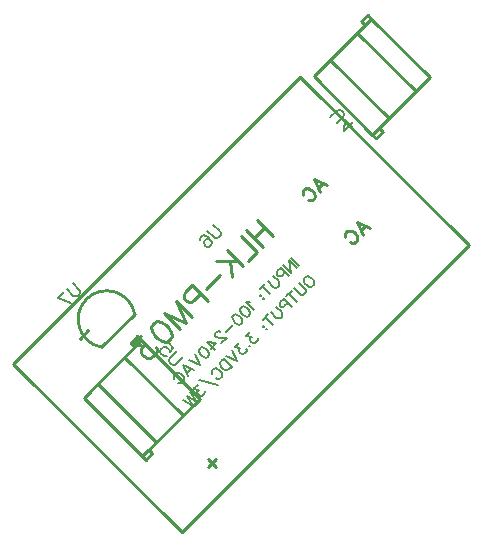
<source format=gbo>
G04 Layer: BottomSilkscreenLayer*
G04 EasyEDA v6.5.5, 2022-05-12 22:16:57*
G04 08c4366467794e2483e8b99e1b790a1a,62a2711f98894334b0c9608ef6a587eb,10*
G04 Gerber Generator version 0.2*
G04 Scale: 100 percent, Rotated: No, Reflected: No *
G04 Dimensions in millimeters *
G04 leading zeros omitted , absolute positions ,4 integer and 5 decimal *
%FSLAX45Y45*%
%MOMM*%

%ADD10C,0.2540*%
%ADD27C,0.1524*%
%ADD29C,0.2032*%
%ADD32C,0.2500*%

%LPD*%
D27*
X-303321Y521682D02*
G01*
X-248180Y466544D01*
X-240817Y451995D01*
X-240817Y437268D01*
X-248361Y422541D01*
X-255724Y415175D01*
X-270273Y407812D01*
X-285000Y407812D01*
X-299549Y415175D01*
X-354688Y470316D01*
X-412160Y390931D02*
G01*
X-415752Y402066D01*
X-408388Y416613D01*
X-401025Y423976D01*
X-386478Y431340D01*
X-367977Y427570D01*
X-345887Y413021D01*
X-327568Y394700D01*
X-316611Y376201D01*
X-316611Y361475D01*
X-323974Y346925D01*
X-327746Y343156D01*
X-342295Y335790D01*
X-357022Y335790D01*
X-371571Y343156D01*
X-375343Y346925D01*
X-382706Y361475D01*
X-382706Y376201D01*
X-375343Y390751D01*
X-371571Y394522D01*
X-357022Y401886D01*
X-342295Y401886D01*
X-327568Y394700D01*
D32*
X551240Y905677D02*
G01*
X662774Y855568D01*
X551240Y905677D02*
G01*
X601169Y793963D01*
X624339Y871014D02*
G01*
X585723Y832398D01*
X456410Y772411D02*
G01*
X452457Y783907D01*
X452457Y799353D01*
X456410Y810846D01*
X471855Y826292D01*
X483349Y830244D01*
X498795Y830244D01*
X510291Y826292D01*
X525556Y818570D01*
X544954Y799172D01*
X552678Y783907D01*
X556628Y772411D01*
X556628Y756965D01*
X552678Y745469D01*
X537230Y730023D01*
X525736Y726074D01*
X510291Y726074D01*
X498795Y730023D01*
X910450Y546468D02*
G01*
X1021986Y496359D01*
X910450Y546468D02*
G01*
X960381Y434754D01*
X983548Y511804D02*
G01*
X944935Y473189D01*
X815619Y413202D02*
G01*
X811667Y424695D01*
X811667Y440141D01*
X815619Y451637D01*
X831065Y467083D01*
X842561Y471035D01*
X858006Y471035D01*
X869500Y467083D01*
X884768Y459359D01*
X904163Y439963D01*
X911887Y424695D01*
X915840Y413202D01*
X915840Y397756D01*
X911887Y386260D01*
X896442Y370814D01*
X884946Y366862D01*
X869500Y366862D01*
X858006Y370814D01*
X-349120Y-1460258D02*
G01*
X-279791Y-1529587D01*
X-279791Y-1460258D02*
G01*
X-349120Y-1529587D01*
X-1366045Y-374007D02*
G01*
X-1435371Y-443336D01*
X68102Y563351D02*
G01*
X205140Y426313D01*
X-23317Y471931D02*
G01*
X113723Y334893D01*
X133299Y498154D02*
G01*
X41879Y406735D01*
X-66420Y428825D02*
G01*
X70617Y291787D01*
X70617Y291787D02*
G01*
X-7691Y213479D01*
X-187835Y307413D02*
G01*
X-50794Y170375D01*
X-279433Y215816D02*
G01*
X-96415Y215993D01*
X-161792Y215993D02*
G01*
X-142394Y78775D01*
X-244231Y94401D02*
G01*
X-361693Y-23060D01*
X-483105Y12143D02*
G01*
X-346067Y-124896D01*
X-483105Y12143D02*
G01*
X-541835Y-46588D01*
X-554946Y-72631D01*
X-555127Y-85742D01*
X-548482Y-105318D01*
X-528904Y-124896D01*
X-509328Y-131541D01*
X-496216Y-131361D01*
X-469993Y-118430D01*
X-411264Y-59700D01*
X-617628Y-122382D02*
G01*
X-480590Y-259420D01*
X-617628Y-122382D02*
G01*
X-532856Y-311685D01*
X-722160Y-226910D02*
G01*
X-532856Y-311685D01*
X-722160Y-226910D02*
G01*
X-585122Y-363948D01*
X-804418Y-309171D02*
G01*
X-778375Y-296059D01*
X-745688Y-302524D01*
X-706534Y-328747D01*
X-686958Y-348325D01*
X-660735Y-387479D01*
X-654268Y-420166D01*
X-667379Y-446209D01*
X-680491Y-459320D01*
X-706534Y-472432D01*
X-739221Y-465965D01*
X-778375Y-439742D01*
X-797953Y-420166D01*
X-824176Y-381012D01*
X-830640Y-348325D01*
X-817529Y-322282D01*
X-804418Y-309171D01*
X-912901Y-417652D02*
G01*
X-984742Y-489493D01*
X-893323Y-502605D01*
X-912901Y-522183D01*
X-919365Y-541578D01*
X-919546Y-554690D01*
X-906434Y-580732D01*
X-893323Y-593844D01*
X-867280Y-606955D01*
X-841057Y-606955D01*
X-815014Y-593844D01*
X-795439Y-574268D01*
X-782327Y-548225D01*
X-782147Y-535114D01*
X-788794Y-515536D01*
D29*
X355084Y241815D02*
G01*
X422617Y174284D01*
X333893Y220621D02*
G01*
X401424Y153090D01*
X333893Y220621D02*
G01*
X356341Y108008D01*
X288810Y175541D02*
G01*
X356341Y108008D01*
X267616Y154348D02*
G01*
X335150Y86817D01*
X267616Y154348D02*
G01*
X238701Y125430D01*
X232234Y112499D01*
X232415Y106212D01*
X235648Y96514D01*
X245346Y86817D01*
X254866Y83764D01*
X261152Y83583D01*
X274083Y90048D01*
X302999Y118965D01*
X201523Y88252D02*
G01*
X249836Y39938D01*
X256123Y27188D01*
X256123Y14257D01*
X249656Y1323D01*
X243192Y-5140D01*
X230438Y-11427D01*
X217507Y-11427D01*
X204757Y-5140D01*
X156441Y43172D01*
X112798Y-472D02*
G01*
X180329Y-68003D01*
X135249Y21978D02*
G01*
X90167Y-23101D01*
X94658Y-76443D02*
G01*
X101125Y-76443D01*
X101125Y-82910D01*
X94838Y-82730D01*
X94658Y-76443D01*
X117289Y-99075D02*
G01*
X123573Y-98894D01*
X123573Y-105361D01*
X117289Y-105181D01*
X117289Y-99075D01*
X4856Y-134277D02*
G01*
X-4843Y-137510D01*
X-24239Y-137510D01*
X43291Y-205041D01*
X-64650Y-177921D02*
G01*
X-51719Y-171455D01*
X-35735Y-174868D01*
X-16517Y-187619D01*
X-6819Y-197319D01*
X5933Y-216537D01*
X9344Y-232521D01*
X2880Y-245452D01*
X-3586Y-251919D01*
X-16517Y-258384D01*
X-32501Y-254972D01*
X-51719Y-242219D01*
X-61419Y-232521D01*
X-74170Y-213304D01*
X-77584Y-197319D01*
X-71117Y-184386D01*
X-64650Y-177921D01*
X-130926Y-244195D02*
G01*
X-117993Y-237731D01*
X-101831Y-240962D01*
X-82610Y-253715D01*
X-72913Y-263413D01*
X-60162Y-282630D01*
X-56929Y-298795D01*
X-63393Y-311726D01*
X-69860Y-318193D01*
X-82610Y-324479D01*
X-98775Y-321246D01*
X-117993Y-308495D01*
X-127693Y-298795D01*
X-140444Y-279577D01*
X-143677Y-263413D01*
X-137391Y-250662D01*
X-130926Y-244195D01*
X-139186Y-329686D02*
G01*
X-197020Y-387520D01*
X-243898Y-389496D02*
G01*
X-247129Y-386262D01*
X-256829Y-383031D01*
X-263293Y-383031D01*
X-272994Y-386262D01*
X-285744Y-399016D01*
X-288978Y-408713D01*
X-288978Y-415180D01*
X-285744Y-424878D01*
X-279280Y-431345D01*
X-269760Y-434398D01*
X-253596Y-437631D01*
X-189298Y-437631D01*
X-234378Y-482711D01*
X-355252Y-468523D02*
G01*
X-278023Y-481454D01*
X-326156Y-529587D01*
X-355252Y-468523D02*
G01*
X-287721Y-536054D01*
X-411827Y-525099D02*
G01*
X-398896Y-518632D01*
X-382732Y-521865D01*
X-363514Y-534616D01*
X-353816Y-544316D01*
X-341063Y-563534D01*
X-337830Y-579699D01*
X-344296Y-592630D01*
X-350763Y-599094D01*
X-363514Y-605381D01*
X-379679Y-602150D01*
X-398896Y-589396D01*
X-408594Y-579699D01*
X-421347Y-560481D01*
X-424581Y-544316D01*
X-418294Y-531563D01*
X-411827Y-525099D01*
X-458706Y-571974D02*
G01*
X-416857Y-665190D01*
X-510072Y-623341D02*
G01*
X-416857Y-665190D01*
X-557128Y-670399D02*
G01*
X-463913Y-712246D01*
X-557128Y-670399D02*
G01*
X-515279Y-763612D01*
X-495884Y-699315D02*
G01*
X-528032Y-731464D01*
X-635975Y-781575D02*
G01*
X-639389Y-772055D01*
X-639389Y-759124D01*
X-636155Y-749424D01*
X-623224Y-736493D01*
X-613704Y-733440D01*
X-600773Y-733440D01*
X-591073Y-736673D01*
X-578322Y-742960D01*
X-562157Y-759124D01*
X-555691Y-772055D01*
X-552637Y-781575D01*
X-552637Y-794506D01*
X-555691Y-804024D01*
X-568624Y-816957D01*
X-578322Y-820188D01*
X-591253Y-820188D01*
X-600593Y-816957D01*
X478475Y79992D02*
G01*
X487992Y83045D01*
X500926Y83045D01*
X510443Y79992D01*
X523374Y73525D01*
X539539Y57360D01*
X545825Y44610D01*
X549059Y34909D01*
X549059Y21978D01*
X546006Y12458D01*
X533074Y-472D01*
X523374Y-3705D01*
X510443Y-3705D01*
X500926Y-292D01*
X488172Y5994D01*
X472008Y22158D01*
X465543Y35090D01*
X462310Y44429D01*
X462310Y57360D01*
X465543Y67058D01*
X478475Y79992D01*
X425132Y26649D02*
G01*
X473265Y-21485D01*
X479732Y-34417D01*
X479732Y-47348D01*
X473265Y-60279D01*
X466801Y-66746D01*
X454047Y-73032D01*
X441116Y-73032D01*
X428185Y-66565D01*
X380050Y-18432D01*
X336407Y-62077D02*
G01*
X403938Y-129608D01*
X358856Y-39626D02*
G01*
X313776Y-84706D01*
X292582Y-105900D02*
G01*
X360113Y-173431D01*
X292582Y-105900D02*
G01*
X263667Y-134815D01*
X257380Y-147568D01*
X257380Y-154033D01*
X260614Y-163733D01*
X270131Y-173250D01*
X279831Y-176484D01*
X286296Y-176484D01*
X299049Y-170197D01*
X327964Y-141282D01*
X226489Y-171993D02*
G01*
X274622Y-220129D01*
X281089Y-233060D01*
X281089Y-245991D01*
X274622Y-258922D01*
X268155Y-265389D01*
X255404Y-271675D01*
X242473Y-271675D01*
X229542Y-265209D01*
X181406Y-217076D01*
X137764Y-260720D02*
G01*
X205295Y-328251D01*
X160213Y-238269D02*
G01*
X115133Y-283349D01*
X119623Y-336692D02*
G01*
X126088Y-336692D01*
X126088Y-343159D01*
X119801Y-342978D01*
X119623Y-336692D01*
X142074Y-359143D02*
G01*
X148539Y-359143D01*
X148539Y-365610D01*
X142252Y-365429D01*
X142074Y-359143D01*
X10424Y-388058D02*
G01*
X-24958Y-423440D01*
X20121Y-429727D01*
X10424Y-439427D01*
X7190Y-449125D01*
X7190Y-455592D01*
X13655Y-468523D01*
X19941Y-474809D01*
X32875Y-481274D01*
X45806Y-481274D01*
X58737Y-474809D01*
X68257Y-465289D01*
X74721Y-452358D01*
X74721Y-445891D01*
X71488Y-436194D01*
X-1252Y-502467D02*
G01*
X5214Y-502467D01*
X5214Y-508934D01*
X-1252Y-508934D01*
X-1252Y-502467D01*
X-83329Y-481812D02*
G01*
X-118711Y-517194D01*
X-73812Y-523661D01*
X-83510Y-533359D01*
X-86563Y-542879D01*
X-86563Y-549346D01*
X-80098Y-562277D01*
X-73812Y-568563D01*
X-60878Y-575028D01*
X-48127Y-575208D01*
X-35196Y-568741D01*
X-25496Y-559043D01*
X-19032Y-546112D01*
X-19212Y-539826D01*
X-22443Y-530128D01*
X-143139Y-541621D02*
G01*
X-101470Y-635017D01*
X-194685Y-593168D02*
G01*
X-101470Y-635017D01*
X-215879Y-614362D02*
G01*
X-148348Y-681893D01*
X-215879Y-614362D02*
G01*
X-238330Y-636813D01*
X-244795Y-649744D01*
X-244795Y-662675D01*
X-241561Y-672015D01*
X-235097Y-684946D01*
X-218932Y-701111D01*
X-206179Y-707397D01*
X-196662Y-710808D01*
X-183730Y-710808D01*
X-170797Y-704344D01*
X-148348Y-681893D01*
X-314302Y-744755D02*
G01*
X-317355Y-735236D01*
X-317355Y-722304D01*
X-314124Y-712607D01*
X-301370Y-699853D01*
X-291673Y-696620D01*
X-278742Y-696620D01*
X-269222Y-699673D01*
X-256291Y-706140D01*
X-240126Y-722304D01*
X-233840Y-735055D01*
X-230606Y-744755D01*
X-230606Y-757687D01*
X-233840Y-767384D01*
X-246590Y-780138D01*
X-256291Y-783371D01*
X-269222Y-783371D01*
X-278919Y-780138D01*
X-422244Y-794865D02*
G01*
X-261498Y-839944D01*
X-436973Y-835456D02*
G01*
X-472356Y-870838D01*
X-427273Y-877125D01*
X-436973Y-886823D01*
X-440204Y-896520D01*
X-440204Y-902987D01*
X-433740Y-915918D01*
X-427454Y-922205D01*
X-414522Y-928672D01*
X-401591Y-928672D01*
X-388658Y-922205D01*
X-379140Y-912685D01*
X-372673Y-899754D01*
X-372673Y-893290D01*
X-375907Y-883589D01*
X-496780Y-895263D02*
G01*
X-445234Y-978781D01*
X-528929Y-927414D02*
G01*
X-445234Y-978781D01*
X-528929Y-927414D02*
G01*
X-477385Y-1010930D01*
X-561080Y-959563D02*
G01*
X-477385Y-1010930D01*
D27*
X-561467Y-603537D02*
G01*
X-616605Y-658677D01*
X-631154Y-666038D01*
X-645881Y-666038D01*
X-660608Y-658495D01*
X-667971Y-651131D01*
X-675337Y-636582D01*
X-675337Y-621855D01*
X-667971Y-607308D01*
X-612833Y-552168D01*
X-681263Y-483740D02*
G01*
X-644443Y-520557D01*
X-673900Y-557197D01*
X-673900Y-550014D01*
X-681263Y-535106D01*
X-692218Y-524151D01*
X-706948Y-516966D01*
X-721494Y-516785D01*
X-736401Y-524151D01*
X-743765Y-531515D01*
X-750951Y-546242D01*
X-750951Y-560969D01*
X-743587Y-575518D01*
X-732629Y-586473D01*
X-717903Y-594017D01*
X-710719Y-594017D01*
X-699582Y-590425D01*
X688467Y1429037D02*
G01*
X743605Y1484175D01*
X758154Y1491538D01*
X772881Y1491538D01*
X787608Y1483995D01*
X794971Y1476631D01*
X802337Y1462082D01*
X802337Y1447355D01*
X794971Y1432808D01*
X739833Y1377668D01*
X800900Y1316603D02*
G01*
X815446Y1404790D01*
X870587Y1349651D01*
X800900Y1316603D02*
G01*
X877951Y1393654D01*
X-1494586Y26647D02*
G01*
X-1439448Y-28491D01*
X-1432085Y-43040D01*
X-1432085Y-57767D01*
X-1439626Y-72494D01*
X-1446992Y-79857D01*
X-1461538Y-87223D01*
X-1476265Y-87223D01*
X-1490814Y-79857D01*
X-1545953Y-24719D01*
X-1621746Y-100512D02*
G01*
X-1507878Y-140743D01*
X-1570200Y-48966D02*
G01*
X-1621746Y-100512D01*
D10*
X431515Y1774177D02*
G01*
X-1999510Y-656849D01*
X1859861Y345831D02*
G01*
X431515Y1774177D01*
X-571164Y-2085195D02*
G01*
X-1999510Y-656849D01*
X1859861Y345831D02*
G01*
X-571164Y-2085195D01*
X-419422Y-952502D02*
G01*
X-914400Y-457525D01*
X-419422Y-952502D02*
G01*
X-907326Y-1440408D01*
X-907328Y-1440411D02*
G01*
X-1402306Y-945433D01*
X-560478Y-1093558D02*
G01*
X-1055456Y-598581D01*
X-786645Y-1319728D02*
G01*
X-1281623Y-824750D01*
X-907326Y-1440408D02*
G01*
X-875504Y-1472229D01*
X-818934Y-1415661D01*
X-850757Y-1383837D01*
X-914402Y-457520D02*
G01*
X-1402308Y-945426D01*
X-914400Y-457525D02*
G01*
X-946221Y-425706D01*
X-1002789Y-482274D01*
X-970968Y-514093D01*
X546422Y1778002D02*
G01*
X1041400Y1283025D01*
X546422Y1778002D02*
G01*
X1034326Y2265908D01*
X1034328Y2265911D02*
G01*
X1529306Y1770933D01*
X687478Y1919058D02*
G01*
X1182456Y1424081D01*
X913645Y2145228D02*
G01*
X1408623Y1650250D01*
X1034326Y2265908D02*
G01*
X1002504Y2297729D01*
X945934Y2241161D01*
X977757Y2209337D01*
X1041402Y1283020D02*
G01*
X1529308Y1770926D01*
X1041400Y1283025D02*
G01*
X1073221Y1251206D01*
X1129789Y1307774D01*
X1097968Y1339593D01*
X-969566Y-232846D02*
G01*
X-1253070Y-516298D01*
G75*
G01*
X-1253058Y-516313D02*
G02*
X-969594Y-232821I46738J236730D01*
M02*

</source>
